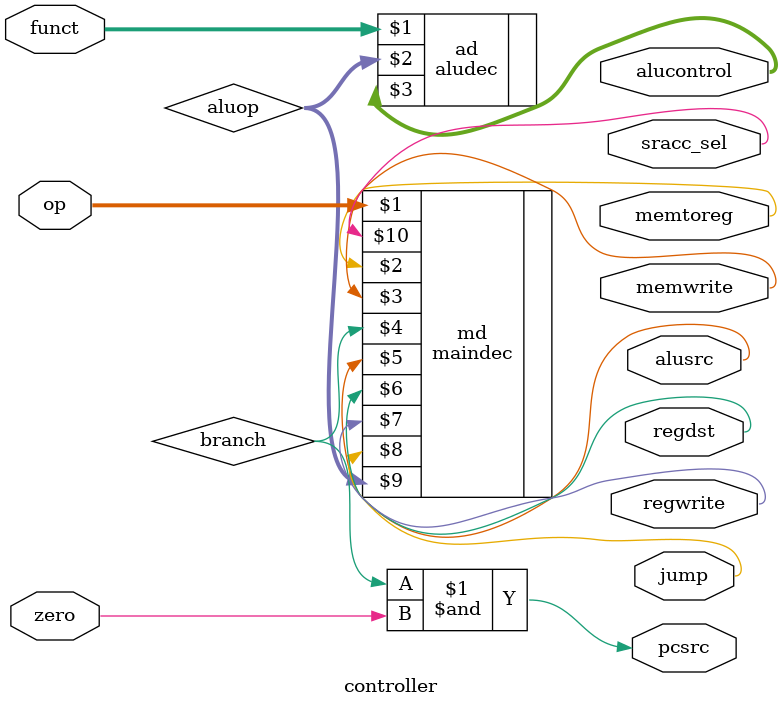
<source format=sv>
`timescale 1ns / 1ps

module controller(input  logic[5:0] op, funct,
                  input  logic     zero,
                  output logic     memtoreg, memwrite,
                  output logic     pcsrc, alusrc,
                  output logic     regdst, regwrite,
                  output logic     jump,
                  output logic[2:0] alucontrol,
                  output logic     sracc_sel);

   logic [1:0] aluop;
   logic       branch;

   maindec md (op, memtoreg, memwrite, branch, alusrc, regdst, regwrite, 
		 jump, aluop, sracc_sel);

   aludec  ad (funct, aluop, alucontrol);

   assign pcsrc = branch & zero;

endmodule
</source>
